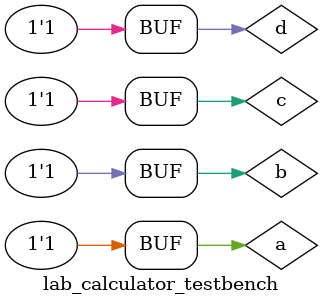
<source format=sv>
`timescale 1ns / 1ps

module lab_calculator_testbench();
    logic a, b, c, d, y, z;

    lab_calculator lab_calc(a, b, c, d, y, z);
    initial begin
        a = 0; b = 0; c = 0; d = 0; #10;
        d = 1;                      #10;
        c = 1; d = 0;               #10;
        d = 1;                      #10;
        b = 1; c = 0; d = 0;        #10;
        d = 1;                      #10;
        c = 1; d = 0;               #10;
        d = 1;                      #10;
        a = 1; b = 0; c = 0; d = 0; #10;
        d = 1;                      #10;
        c = 1; d = 0;               #10;
        d = 1;                      #10;
        b = 1; c = 0; d = 0;        #10;
        d = 1;                      #10;
        c = 1; d = 0;               #10;
        d = 1;                      #10;
    end
endmodule

</source>
